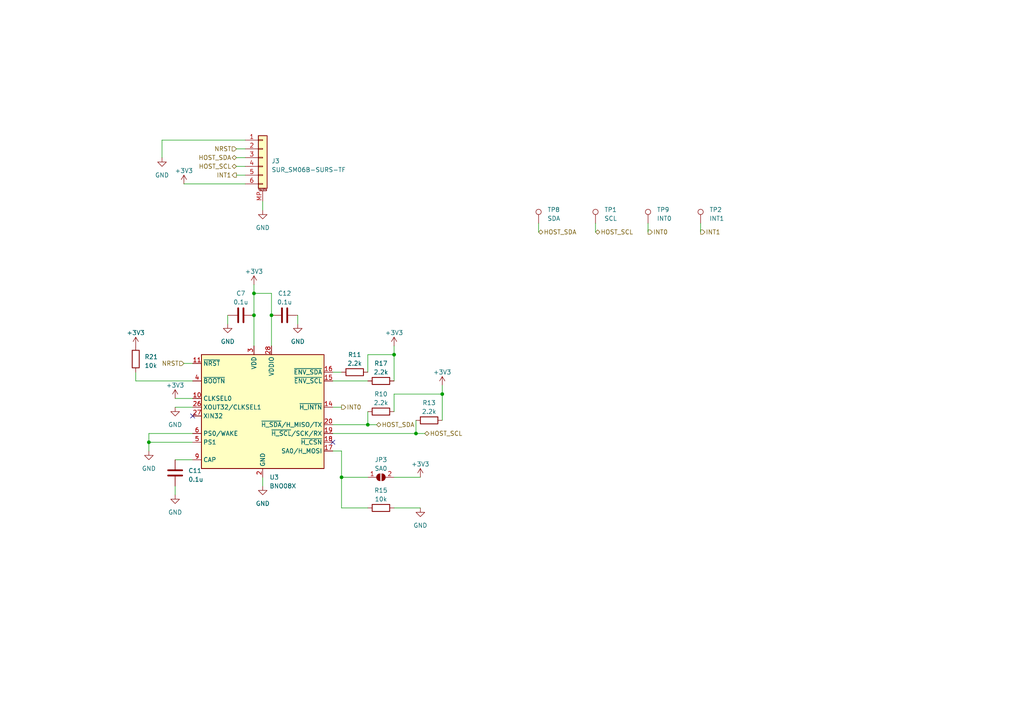
<source format=kicad_sch>
(kicad_sch (version 20231120) (generator "eeschema") (generator_version "8.0")
  (paper "A4")
  (lib_symbols
    (symbol "Connector:TestPoint" (pin_numbers hide) (pin_names (offset 0.762) hide)
      (property "Reference" "TP" (at 0 6.858 0))
      (property "Value" "TestPoint" (at 0 5.08 0))
      (symbol "TestPoint_0_1"
        (circle (center 0 3.302) (radius 0.762))
      )
      (symbol "TestPoint_1_1"
        (pin passive line (at 0 0 90) (length 2.54) (name "1") (number "1"))
      )
    )
    (symbol "Connector_Generic_MountingPin:Conn_01x06_MountingPin" (pin_names (offset 1.016) hide)
      (property "Reference" "J" (at 0 7.62 0))
      (property "Value" "Conn_01x06_MountingPin" (at 1.27 -10.16 0))
      (symbol "Conn_01x06_MountingPin_1_1"
        (rectangle (start -1.27 -7.493) (end 0 -7.747) (stroke (width 0.1524)))
        (rectangle (start -1.27 -4.953) (end 0 -5.207) (stroke (width 0.1524)))
        (rectangle (start -1.27 -2.413) (end 0 -2.667) (stroke (width 0.1524)))
        (rectangle (start -1.27 0.127) (end 0 -0.127) (stroke (width 0.1524)))
        (rectangle (start -1.27 2.667) (end 0 2.413) (stroke (width 0.1524)))
        (rectangle (start -1.27 5.207) (end 0 4.953) (stroke (width 0.1524)))
        (rectangle (start -1.27 6.35) (end 1.27 -8.89) (stroke (width 0.254)) (fill (type background)))
        (polyline (pts (xy -1.016 -9.652) (xy 1.016 -9.652)) (stroke (width 0.1524)))
        (text "Mounting" (at 0 -9.271 0) (effects (font (size 0.381 0.381))))
        (pin passive line (at -5.08 5.08 0) (length 3.81) (name "Pin_1") (number "1"))
        (pin passive line (at -5.08 2.54 0) (length 3.81) (name "Pin_2") (number "2"))
        (pin passive line (at -5.08 0 0) (length 3.81) (name "Pin_3") (number "3"))
        (pin passive line (at -5.08 -2.54 0) (length 3.81) (name "Pin_4") (number "4"))
        (pin passive line (at -5.08 -5.08 0) (length 3.81) (name "Pin_5") (number "5"))
        (pin passive line (at -5.08 -7.62 0) (length 3.81) (name "Pin_6") (number "6"))
        (pin passive line (at 0 -12.7 90) (length 3.048) (name "MountPin") (number "MP"))
      )
    )
    (symbol "Device:C" (pin_numbers hide) (pin_names (offset 0.254))
      (property "Reference" "C" (at 0.635 2.54 0))
      (property "Value" "C" (at 0.635 -2.54 0))
      (symbol "C_0_1"
        (polyline (pts (xy -2.032 -0.762) (xy 2.032 -0.762)) (stroke (width 0.508)))
        (polyline (pts (xy -2.032 0.762) (xy 2.032 0.762)) (stroke (width 0.508)))
      )
      (symbol "C_1_1"
        (pin passive line (at 0 3.81 270) (length 2.794) (name "~") (number "1"))
        (pin passive line (at 0 -3.81 90) (length 2.794) (name "~") (number "2"))
      )
    )
    (symbol "Device:R" (pin_numbers hide) (pin_names (offset 0))
      (property "Reference" "R" (at 2.032 0 90))
      (property "Value" "R" (at 0 0 90))
      (symbol "R_0_1"
        (rectangle (start -1.016 -2.54) (end 1.016 2.54) (stroke (width 0.254)))
      )
      (symbol "R_1_1"
        (pin passive line (at 0 3.81 270) (length 1.27) (name "~") (number "1"))
        (pin passive line (at 0 -3.81 90) (length 1.27) (name "~") (number "2"))
      )
    )
    (symbol "Jumper:SolderJumper_2_Open" (pin_names (offset 0) hide)
      (property "Reference" "JP" (at 0 2.032 0))
      (property "Value" "SolderJumper_2_Open" (at 0 -2.54 0))
      (symbol "SolderJumper_2_Open_0_1"
        (arc (start -0.254 1.016) (mid -1.2656 0) (end -0.254 -1.016))
        (arc (start -0.254 1.016) (mid -1.2656 0) (end -0.254 -1.016) (fill (type outline)))
        (polyline (pts (xy -0.254 1.016) (xy -0.254 -1.016)))
        (polyline (pts (xy 0.254 1.016) (xy 0.254 -1.016)))
        (arc (start 0.254 -1.016) (mid 1.2656 0) (end 0.254 1.016))
        (arc (start 0.254 -1.016) (mid 1.2656 0) (end 0.254 1.016) (fill (type outline)))
      )
      (symbol "SolderJumper_2_Open_1_1"
        (pin passive line (at -3.81 0 0) (length 2.54) (name "A") (number "1"))
        (pin passive line (at 3.81 0 180) (length 2.54) (name "B") (number "2"))
      )
    )
    (symbol "Local:BNO08X"
      (property "Reference" "U" (at -16.51 17.78 0))
      (property "Value" "BNO08X" (at 17.78 17.78 0))
      (symbol "BNO08X_0_1"
        (rectangle (start -17.78 16.51) (end 17.78 -16.51) (stroke (width 0.254)) (fill (type background)))
      )
      (symbol "BNO08X_1_1"
        (pin no_connect line (at -17.78 11.43 0) (length 2.54) hide (name "PIN1") (number "1"))
        (pin input line (at -20.32 3.81 0) (length 2.54) (name "CLKSEL0") (number "10"))
        (pin input line (at -20.32 13.97 0) (length 2.54) (name "~{NRST}") (number "11"))
        (pin no_connect line (at -17.78 -11.43 0) (length 2.54) hide (name "PIN12") (number "12"))
        (pin no_connect line (at 17.78 13.97 180) (length 2.54) hide (name "PIN13") (number "13"))
        (pin output line (at 20.32 1.27 180) (length 2.54) (name "~{H_INTN}") (number "14"))
        (pin bidirectional line (at 20.32 8.89 180) (length 2.54) (name "~{ENV_SCL}") (number "15"))
        (pin bidirectional line (at 20.32 11.43 180) (length 2.54) (name "~{ENV_SDA}") (number "16"))
        (pin input line (at 20.32 -11.43 180) (length 2.54) (name "SA0/H_MOSI") (number "17"))
        (pin input line (at 20.32 -8.89 180) (length 2.54) (name "~{H_CSN}") (number "18"))
        (pin bidirectional line (at 20.32 -6.35 180) (length 2.54) (name "~{H_SCL}/SCK/RX") (number "19"))
        (pin power_in line (at 0 -19.05 90) (length 2.54) (name "GND") (number "2"))
        (pin bidirectional line (at 20.32 -3.81 180) (length 2.54) (name "~{H_SDA}/H_MISO/TX") (number "20"))
        (pin no_connect line (at 17.78 6.35 180) (length 2.54) hide (name "PIN21") (number "21"))
        (pin no_connect line (at 17.78 3.81 180) (length 2.54) hide (name "PIN22") (number "22"))
        (pin no_connect line (at 17.78 -1.27 180) (length 2.54) hide (name "PIN23") (number "23"))
        (pin no_connect line (at 17.78 -13.97 180) (length 2.54) hide (name "PIN24") (number "24"))
        (pin passive line (at 0 -19.05 90) (length 2.54) hide (name "GND") (number "25"))
        (pin output line (at -20.32 1.27 0) (length 2.54) (name "XOUT32/CLKSEL1") (number "26"))
        (pin input line (at -20.32 -1.27 0) (length 2.54) (name "XIN32") (number "27"))
        (pin power_in line (at 2.54 19.05 270) (length 2.54) (name "VDDIO") (number "28"))
        (pin power_in line (at -2.54 19.05 270) (length 2.54) (name "VDD") (number "3"))
        (pin input line (at -20.32 8.89 0) (length 2.54) (name "~{BOOTN}") (number "4"))
        (pin input line (at -20.32 -8.89 0) (length 2.54) (name "PS1") (number "5"))
        (pin input line (at -20.32 -6.35 0) (length 2.54) (name "PS0/WAKE") (number "6"))
        (pin no_connect line (at -17.78 6.35 0) (length 2.54) hide (name "PIN7") (number "7"))
        (pin no_connect line (at -17.78 -3.81 0) (length 2.54) hide (name "PIN8") (number "8"))
        (pin passive line (at -20.32 -13.97 0) (length 2.54) (name "CAP") (number "9"))
      )
    )
    (symbol "power:+3V3" (power) (pin_names (offset 0))
      (property "Value" "+3V3" (at 0 3.556 0))
      (symbol "+3V3_0_1"
        (polyline (pts (xy -0.762 1.27) (xy 0 2.54)))
        (polyline (pts (xy 0 0) (xy 0 2.54)))
        (polyline (pts (xy 0 2.54) (xy 0.762 1.27)))
      )
      (symbol "+3V3_1_1"
        (pin power_in line (at 0 0 90) (length 0) hide (name "+3V3") (number "1"))
      )
    )
    (symbol "power:GND" (power) (pin_names (offset 0))
      (property "Value" "GND" (at 0 -3.81 0))
      (symbol "GND_0_1"
        (polyline (pts (xy 0 0) (xy 0 -1.27) (xy 1.27 -1.27) (xy 0 -2.54) (xy -1.27 -1.27) (xy 0 -1.27)))
      )
      (symbol "GND_1_1"
        (pin power_in line (at 0 0 270) (length 0) hide (name "GND") (number "1"))
      )
    )
  )
  (junction (at 120.65 125.73))
  (junction (at 73.66 85.09))
  (junction (at 128.27 114.3))
  (junction (at 99.06 138.43))
  (junction (at 106.68 123.19))
  (junction (at 114.3 102.87))
  (junction (at 43.18 128.27))
  (junction (at 78.74 91.44))
  (junction (at 73.66 91.44))
  (no_connect (at 55.88 120.65))
  (no_connect (at 96.52 128.27))
  (wire (pts (xy 55.88 128.27) (xy 43.18 128.27)))
  (wire (pts (xy 96.52 107.95) (xy 99.06 107.95)))
  (wire (pts (xy 66.04 93.98) (xy 66.04 91.44)))
  (wire (pts (xy 86.36 93.98) (xy 86.36 91.44)))
  (wire (pts (xy 99.06 130.81) (xy 99.06 138.43)))
  (wire (pts (xy 120.65 121.92) (xy 120.65 125.73)))
  (wire (pts (xy 99.06 138.43) (xy 99.06 147.32)))
  (wire (pts (xy 123.19 125.73) (xy 120.65 125.73)))
  (wire (pts (xy 73.66 85.09) (xy 78.74 85.09)))
  (wire (pts (xy 114.3 114.3) (xy 128.27 114.3)))
  (wire (pts (xy 99.06 130.81) (xy 96.52 130.81)))
  (wire (pts (xy 76.2 60.96) (xy 76.2 58.42)))
  (wire (pts (xy 120.65 125.73) (xy 96.52 125.73)))
  (wire (pts (xy 114.3 138.43) (xy 121.92 138.43)))
  (wire (pts (xy 50.8 115.57) (xy 55.88 115.57)))
  (wire (pts (xy 46.99 45.72) (xy 46.99 40.64)))
  (wire (pts (xy 39.37 110.49) (xy 55.88 110.49)))
  (wire (pts (xy 99.06 147.32) (xy 106.68 147.32)))
  (wire (pts (xy 106.68 102.87) (xy 106.68 107.95)))
  (wire (pts (xy 68.58 43.18) (xy 71.12 43.18)))
  (wire (pts (xy 128.27 111.76) (xy 128.27 114.3)))
  (wire (pts (xy 109.22 123.19) (xy 106.68 123.19)))
  (wire (pts (xy 39.37 107.95) (xy 39.37 110.49)))
  (wire (pts (xy 128.27 114.3) (xy 128.27 121.92)))
  (wire (pts (xy 73.66 85.09) (xy 73.66 91.44)))
  (wire (pts (xy 46.99 40.64) (xy 71.12 40.64)))
  (wire (pts (xy 43.18 125.73) (xy 43.18 128.27)))
  (wire (pts (xy 96.52 110.49) (xy 106.68 110.49)))
  (wire (pts (xy 114.3 100.33) (xy 114.3 102.87)))
  (wire (pts (xy 50.8 133.35) (xy 55.88 133.35)))
  (wire (pts (xy 78.74 85.09) (xy 78.74 91.44)))
  (wire (pts (xy 114.3 147.32) (xy 121.92 147.32)))
  (wire (pts (xy 73.66 91.44) (xy 73.66 100.33)))
  (wire (pts (xy 50.8 143.51) (xy 50.8 140.97)))
  (wire (pts (xy 53.34 105.41) (xy 55.88 105.41)))
  (wire (pts (xy 114.3 114.3) (xy 114.3 119.38)))
  (wire (pts (xy 187.96 67.31) (xy 187.96 64.77)))
  (wire (pts (xy 99.06 118.11) (xy 96.52 118.11)))
  (wire (pts (xy 43.18 130.81) (xy 43.18 128.27)))
  (wire (pts (xy 203.2 67.31) (xy 203.2 64.77)))
  (wire (pts (xy 68.58 45.72) (xy 71.12 45.72)))
  (wire (pts (xy 156.21 67.31) (xy 156.21 64.77)))
  (wire (pts (xy 53.34 53.34) (xy 71.12 53.34)))
  (wire (pts (xy 99.06 138.43) (xy 106.68 138.43)))
  (wire (pts (xy 68.58 48.26) (xy 71.12 48.26)))
  (wire (pts (xy 114.3 110.49) (xy 114.3 102.87)))
  (wire (pts (xy 73.66 82.55) (xy 73.66 85.09)))
  (wire (pts (xy 68.58 50.8) (xy 71.12 50.8)))
  (wire (pts (xy 55.88 125.73) (xy 43.18 125.73)))
  (wire (pts (xy 78.74 91.44) (xy 78.74 100.33)))
  (wire (pts (xy 76.2 140.97) (xy 76.2 138.43)))
  (wire (pts (xy 96.52 123.19) (xy 106.68 123.19)))
  (wire (pts (xy 106.68 102.87) (xy 114.3 102.87)))
  (wire (pts (xy 50.8 118.11) (xy 55.88 118.11)))
  (wire (pts (xy 172.72 67.31) (xy 172.72 64.77)))
  (wire (pts (xy 106.68 119.38) (xy 106.68 123.19)))
  (hierarchical_label "HOST_SCL" (shape bidirectional) (at 123.19 125.73 0))
  (hierarchical_label "INT1" (shape output) (at 68.58 50.8 180))
  (hierarchical_label "INT0" (shape output) (at 99.06 118.11 0))
  (hierarchical_label "INT1" (shape output) (at 203.2 67.31 0))
  (hierarchical_label "HOST_SDA" (shape bidirectional) (at 156.21 67.31 0))
  (hierarchical_label "INT0" (shape output) (at 187.96 67.31 0))
  (hierarchical_label "HOST_SDA" (shape bidirectional) (at 68.58 45.72 180))
  (hierarchical_label "HOST_SDA" (shape bidirectional) (at 109.22 123.19 0))
  (hierarchical_label "HOST_SCL" (shape bidirectional) (at 68.58 48.26 180))
  (hierarchical_label "NRST" (shape input) (at 68.58 43.18 180))
  (hierarchical_label "NRST" (shape input) (at 53.34 105.41 180))
  (hierarchical_label "HOST_SCL" (shape bidirectional) (at 172.72 67.31 0))
  (symbol (lib_id "Device:R") (at 102.87 107.95 270) (unit 1)
    (property "Reference" "R11" (at 102.87 102.87 90))
    (property "Value" "2.2k" (at 102.87 105.41 90))
    (property "Footprint" "Resistor_SMD:R_0603_1608Metric" (effects (hide yes)))
  )
  (symbol (lib_id "power:+3V3") (at 39.37 100.33 0) (unit 1)
    (property "Reference" "#PWR029" (effects (hide yes)))
    (property "Value" "+3V3" (at 39.37 96.52 0))
  )
  (symbol (lib_id "Jumper:SolderJumper_2_Open") (at 110.49 138.43 0) (unit 1) (in_bom no)
    (property "Reference" "JP3" (at 110.49 133.35 0))
    (property "Value" "SA0" (at 110.49 135.89 0))
    (property "Footprint" "Jumper:SolderJumper-2_P1.3mm_Open_RoundedPad1.0x1.5mm" (effects (hide yes)))
  )
  (symbol (lib_id "Device:R") (at 124.46 121.92 270) (unit 1)
    (property "Reference" "R13" (at 124.46 116.84 90))
    (property "Value" "2.2k" (at 124.46 119.38 90))
    (property "Footprint" "Resistor_SMD:R_0603_1608Metric" (effects (hide yes)))
  )
  (symbol (lib_id "power:GND") (at 86.36 93.98 0) (unit 1)
    (property "Reference" "#PWR028" (effects (hide yes)))
    (property "Value" "GND" (at 86.36 99.06 0))
  )
  (symbol (lib_id "power:+3V3") (at 53.34 53.34 0) (unit 1)
    (property "Reference" "#PWR024" (effects (hide yes)))
    (property "Value" "+3V3" (at 53.34 49.53 0))
  )
  (symbol (lib_id "Device:R") (at 110.49 147.32 90) (unit 1)
    (property "Reference" "R15" (at 110.49 142.24 90))
    (property "Value" "10k" (at 110.49 144.78 90))
    (property "Footprint" "Resistor_SMD:R_0603_1608Metric" (effects (hide yes)))
  )
  (symbol (lib_id "Device:C") (at 69.85 91.44 90) (unit 1)
    (property "Reference" "C7" (at 69.85 85.09 90))
    (property "Value" "0.1u" (at 69.85 87.63 90))
    (property "Footprint" "Capacitor_SMD:C_0603_1608Metric" (effects (hide yes)))
  )
  (symbol (lib_id "Device:C") (at 82.55 91.44 90) (unit 1)
    (property "Reference" "C12" (at 82.55 85.09 90))
    (property "Value" "0.1u" (at 82.55 87.63 90))
    (property "Footprint" "Capacitor_SMD:C_0603_1608Metric" (effects (hide yes)))
  )
  (symbol (lib_id "power:+3V3") (at 73.66 82.55 0) (unit 1)
    (property "Reference" "#PWR026" (effects (hide yes)))
    (property "Value" "+3V3" (at 73.66 78.74 0))
  )
  (symbol (lib_id "power:GND") (at 46.99 45.72 0) (unit 1)
    (property "Reference" "#PWR023" (effects (hide yes)))
    (property "Value" "GND" (at 46.99 50.8 0))
  )
  (symbol (lib_id "Device:R") (at 110.49 119.38 270) (unit 1)
    (property "Reference" "R10" (at 110.49 114.3 90))
    (property "Value" "2.2k" (at 110.49 116.84 90))
    (property "Footprint" "Resistor_SMD:R_0603_1608Metric" (effects (hide yes)))
  )
  (symbol (lib_id "Device:C") (at 50.8 137.16 180) (unit 1)
    (property "Reference" "C11" (at 54.61 136.525 0) (effects (justify right)))
    (property "Value" "0.1u" (at 54.61 139.065 0) (effects (justify right)))
    (property "Footprint" "Capacitor_SMD:C_0603_1608Metric" (effects (hide yes)))
  )
  (symbol (lib_id "Connector:TestPoint") (at 187.96 64.77 0) (unit 1) (in_bom no)
    (property "Reference" "TP9" (at 190.5 60.833 0) (effects (justify left)))
    (property "Value" "INT0" (at 190.5 63.373 0) (effects (justify left)))
    (property "Footprint" "TestPoint:TestPoint_Pad_D1.0mm" (effects (hide yes)))
  )
  (symbol (lib_id "power:GND") (at 50.8 118.11 0) (unit 1)
    (property "Reference" "#PWR033" (effects (hide yes)))
    (property "Value" "GND" (at 50.8 123.19 0))
  )
  (symbol (lib_id "power:+3V3") (at 50.8 115.57 0) (unit 1)
    (property "Reference" "#PWR032" (effects (hide yes)))
    (property "Value" "+3V3" (at 50.8 111.76 0))
  )
  (symbol (lib_id "power:GND") (at 76.2 60.96 0) (unit 1)
    (property "Reference" "#PWR025" (effects (hide yes)))
    (property "Value" "GND" (at 76.2 66.04 0))
  )
  (symbol (lib_id "Connector:TestPoint") (at 172.72 64.77 0) (unit 1) (in_bom no)
    (property "Reference" "TP1" (at 175.26 60.833 0) (effects (justify left)))
    (property "Value" "SCL" (at 175.26 63.373 0) (effects (justify left)))
    (property "Footprint" "TestPoint:TestPoint_Pad_D1.0mm" (effects (hide yes)))
  )
  (symbol (lib_id "power:GND") (at 66.04 93.98 0) (unit 1)
    (property "Reference" "#PWR027" (effects (hide yes)))
    (property "Value" "GND" (at 66.04 99.06 0))
  )
  (symbol (lib_id "Connector:TestPoint") (at 156.21 64.77 0) (unit 1) (in_bom no)
    (property "Reference" "TP8" (at 158.75 60.833 0) (effects (justify left)))
    (property "Value" "SDA" (at 158.75 63.373 0) (effects (justify left)))
    (property "Footprint" "TestPoint:TestPoint_Pad_D1.0mm" (effects (hide yes)))
  )
  (symbol (lib_id "power:GND") (at 76.2 140.97 0) (unit 1)
    (property "Reference" "#PWR036" (effects (hide yes)))
    (property "Value" "GND" (at 76.2 146.05 0))
  )
  (symbol (lib_id "Device:R") (at 110.49 110.49 270) (unit 1)
    (property "Reference" "R17" (at 110.49 105.41 90))
    (property "Value" "2.2k" (at 110.49 107.95 90))
    (property "Footprint" "Resistor_SMD:R_0603_1608Metric" (effects (hide yes)))
  )
  (symbol (lib_id "power:GND") (at 121.92 147.32 0) (unit 1)
    (property "Reference" "#PWR038" (effects (hide yes)))
    (property "Value" "GND" (at 121.92 152.4 0))
  )
  (symbol (lib_id "Connector:TestPoint") (at 203.2 64.77 0) (unit 1) (in_bom no)
    (property "Reference" "TP2" (at 205.74 60.833 0) (effects (justify left)))
    (property "Value" "INT1" (at 205.74 63.373 0) (effects (justify left)))
    (property "Footprint" "TestPoint:TestPoint_Pad_D1.0mm" (effects (hide yes)))
  )
  (symbol (lib_id "power:GND") (at 50.8 143.51 0) (unit 1)
    (property "Reference" "#PWR037" (effects (hide yes)))
    (property "Value" "GND" (at 50.8 148.59 0))
  )
  (symbol (lib_id "power:+3V3") (at 128.27 111.76 0) (unit 1)
    (property "Reference" "#PWR031" (effects (hide yes)))
    (property "Value" "+3V3" (at 128.27 107.95 0))
  )
  (symbol (lib_id "power:+3V3") (at 121.92 138.43 0) (mirror y) (unit 1)
    (property "Reference" "#PWR035" (effects (hide yes)))
    (property "Value" "+3V3" (at 121.92 134.62 0))
  )
  (symbol (lib_id "Local:BNO08X") (at 76.2 119.38 0) (unit 1)
    (property "Reference" "U3" (at 78.1559 138.43 0) (effects (justify left)))
    (property "Value" "BNO08X" (at 78.1559 140.97 0) (effects (justify left)))
    (property "Footprint" "Package_LGA:LGA-28_5.2x3.8mm_P0.5mm" (effects (hide yes)))
    (property "Datasheet" "https://www.ceva-ip.com/wp-content/uploads/2019/10/BNO080_085-Datasheet.pdf" (effects (hide yes)))
  )
  (symbol (lib_id "Device:R") (at 39.37 104.14 180) (unit 1)
    (property "Reference" "R21" (at 41.91 103.505 0) (effects (justify right)))
    (property "Value" "10k" (at 41.91 106.045 0) (effects (justify right)))
    (property "Footprint" "Resistor_SMD:R_0603_1608Metric" (effects (hide yes)))
  )
  (symbol (lib_id "power:GND") (at 43.18 130.81 0) (unit 1)
    (property "Reference" "#PWR034" (effects (hide yes)))
    (property "Value" "GND" (at 43.18 135.89 0))
  )
  (symbol (lib_id "Connector_Generic_MountingPin:Conn_01x06_MountingPin") (at 76.2 45.72 0) (unit 1)
    (property "Reference" "J3" (at 78.74 46.7106 0) (effects (justify left)))
    (property "Value" "SUR_SM06B-SURS-TF" (at 78.74 49.2506 0) (effects (justify left)))
    (property "Footprint" "Connector_JST:JST_SUR_SM06B-SURS-TF_1x06-1MP_P0.80mm_Horizontal" (effects (hide yes)))
  )
  (symbol (lib_id "power:+3V3") (at 114.3 100.33 0) (unit 1)
    (property "Reference" "#PWR030" (effects (hide yes)))
    (property "Value" "+3V3" (at 114.3 96.52 0))
  )
)
</source>
